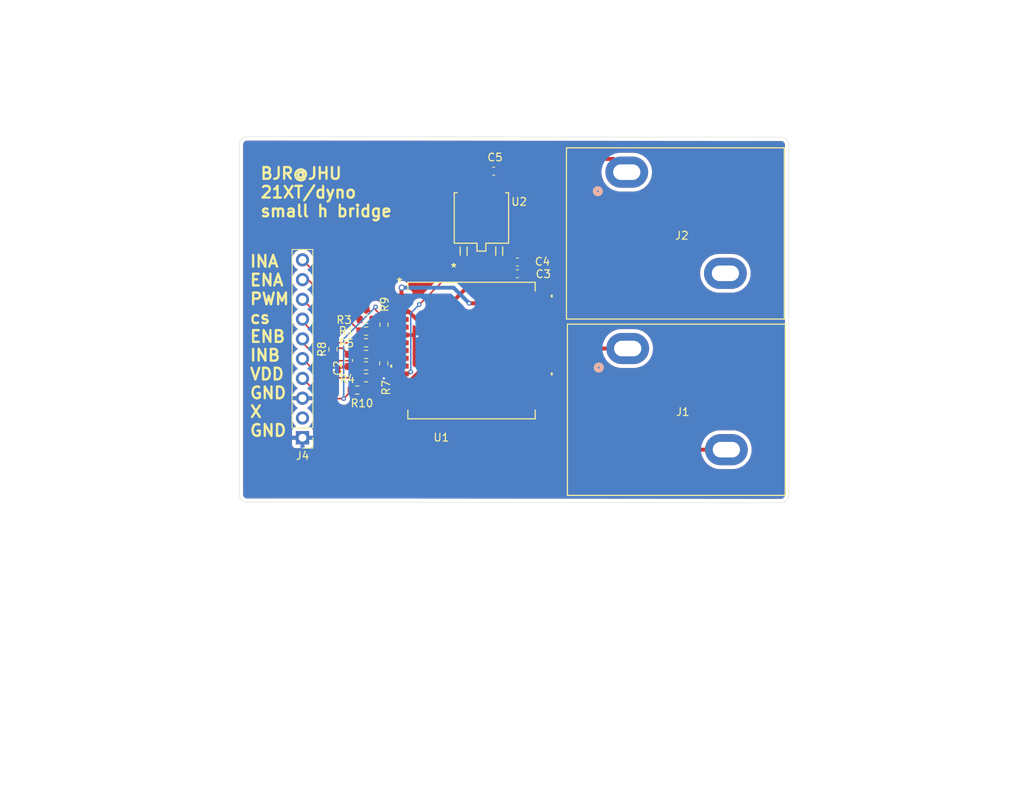
<source format=kicad_pcb>
(kicad_pcb (version 20240108) (generator "pcbnew") (generator_version "8.0")
  (layers (0 "F.Cu" signal) (31 "B.Cu" signal) (34 "B.Paste" user) (35 "F.Paste" user) (36 "B.SilkS" user "B.Silkscreen") (37 "F.SilkS" user "F.Silkscreen") (38 "B.Mask" user) (39 "F.Mask" user) (44 "Edge.Cuts" user))
  (net 0 "")
  (net 1 "GND")
  (net 2 "12v'")
  (net 3 "12v")
  (net 4 "OUTB")
  (net 5 "OUTA")
  (net 6 "GNDPWR")
  (net 7 "CURRSNS")
  (net 8 "ENB")
  (net 9 "INB")
  (net 10 "ENA")
  (net 11 "VDD")
  (net 13 "INA")
  (net 14 "PWM")
  (net 15 "Net-(U1-ENA{slash}DIAGA)")
  (net 16 "Net-(U1-ENB{slash}DIAGB)")
  (net 17 "Net-(U1-INA)")
  (net 18 "Net-(U1-INB)")
  (net 19 "Net-(U1-PWM)")
  (net 20 "Net-(U1-CS)")
  (net 25 "Net-(U1-CP)")
  (footprint "Resistor_SMD:R_0603_1608Metric" (layer "F.Cu") (at 160.543549 94.625001)
    (property "Reference" "R10" (at 0.625 1.7 0) (layer "F.SilkS"))
    (property "Value" "4.7k")
    (fp_line (start -0.237258 -0.5225) (end 0.237258 -0.5225) (stroke (width 0.12)) (layer "F.SilkS"))
    (fp_line (start -0.237258 0.5225) (end 0.237258 0.5225) (stroke (width 0.12)) (layer "F.SilkS"))
    (pad "1" smd roundrect (at -0.825 0) (size 0.8 0.95) (layers "F.Cu" "F.Paste" "F.Mask") (net 11 "VDD"))
    (pad "2" smd roundrect (at 0.825 0) (size 0.8 0.95) (layers "F.Cu" "F.Paste" "F.Mask") (net 16 "Net-(U1-ENB{slash}DIAGB)"))
  )
  (footprint "dynoinst_fp:CONN_4DB-P108-02_TEC" (layer "F.Cu") (at 187.6985 86.289)
    (property "Reference" "J1" (at 14.7 11.15 0) (layer "F.SilkS"))
    (property "Value" "Screw_Terminal_01x02")
    (fp_circle (center 3.919 5.45) (end 4.3 5.45) (stroke (width 0.508)) (fill none) (layer "B.SilkS"))
    (fp_line (start -0.127 -0.127) (end -0.127 21.873) (stroke (width 0.1524)) (layer "F.SilkS"))
    (fp_line (start -0.127 21.873) (end 27.873 21.873) (stroke (width 0.1524)) (layer "F.SilkS"))
    (fp_line (start 27.873 -0.127) (end -0.127 -0.127) (stroke (width 0.1524)) (layer "F.SilkS"))
    (fp_line (start 27.873 21.873) (end 27.873 -0.127) (stroke (width 0.1524)) (layer "F.SilkS"))
    (fp_circle (center 3.9 5.45) (end 4.281 5.45) (stroke (width 0.508)) (fill none) (layer "F.SilkS"))
    (pad "1" thru_hole oval (at 7.62 3 90) (size 4 5.5) (drill oval 2 3.5) (layers "*.Cu" "*.Mask") (net 5 "OUTA"))
    (pad "2" thru_hole oval (at 20.3 16 90) (size 4 5.5) (drill oval 2 3.5) (layers "*.Cu" "*.Mask") (net 4 "OUTB"))
  )
  (footprint "Resistor_SMD:R_0603_1608Metric" (layer "F.Cu") (at 161.693549 93.050001)
    (property "Reference" "R4" (at -2.425 0.175 0) (layer "F.SilkS"))
    (property "Value" "1k")
    (fp_line (start -0.237258 -0.5225) (end 0.237258 -0.5225) (stroke (width 0.12)) (layer "F.SilkS"))
    (fp_line (start -0.237258 0.5225) (end 0.237258 0.5225) (stroke (width 0.12)) (layer "F.SilkS"))
    (pad "1" smd roundrect (at -0.825 0) (size 0.8 0.95) (layers "F.Cu" "F.Paste" "F.Mask") (net 9 "INB"))
    (pad "2" smd roundrect (at 0.825 0) (size 0.8 0.95) (layers "F.Cu" "F.Paste" "F.Mask") (net 18 "Net-(U1-INB)"))
  )
  (footprint "Resistor_SMD:R_0603_1608Metric" (layer "F.Cu") (at 161.693549 90.050001)
    (property "Reference" "R6" (hide yes))
    (property "Value" "10k")
    (fp_line (start -0.237258 -0.5225) (end 0.237258 -0.5225) (stroke (width 0.12)) (layer "F.SilkS"))
    (fp_line (start -0.237258 0.5225) (end 0.237258 0.5225) (stroke (width 0.12)) (layer "F.SilkS"))
    (pad "1" smd roundrect (at -0.825 0) (size 0.8 0.95) (layers "F.Cu" "F.Paste" "F.Mask") (net 7 "CURRSNS"))
    (pad "2" smd roundrect (at 0.825 0) (size 0.8 0.95) (layers "F.Cu" "F.Paste" "F.Mask") (net 20 "Net-(U1-CS)"))
  )
  (footprint "dynoinst_fp:CONN_4DB-P108-02_TEC" (layer "F.Cu") (at 187.575 63.625)
    (property "Reference" "J2" (at 14.7 11.15 0) (layer "F.SilkS"))
    (property "Value" "Screw_Terminal_01x02")
    (fp_circle (center 3.919 5.45) (end 4.3 5.45) (stroke (width 0.508)) (fill none) (layer "B.SilkS"))
    (fp_line (start -0.127 -0.127) (end -0.127 21.873) (stroke (width 0.1524)) (layer "F.SilkS"))
    (fp_line (start -0.127 21.873) (end 27.873 21.873) (stroke (width 0.1524)) (layer "F.SilkS"))
    (fp_line (start 27.873 -0.127) (end -0.127 -0.127) (stroke (width 0.1524)) (layer "F.SilkS"))
    (fp_line (start 27.873 21.873) (end 27.873 -0.127) (stroke (width 0.1524)) (layer "F.SilkS"))
    (fp_circle (center 3.9 5.45) (end 4.281 5.45) (stroke (width 0.508)) (fill none) (layer "F.SilkS"))
    (pad "1" thru_hole oval (at 7.62 3 90) (size 4 5.5) (drill oval 2 3.5) (layers "*.Cu" "*.Mask") (net 3 "12v"))
    (pad "2" thru_hole oval (at 20.3 16 90) (size 4 5.5) (drill oval 2 3.5) (layers "*.Cu" "*.Mask") (net 6 "GNDPWR"))
  )
  (footprint "Resistor_SMD:R_0603_1608Metric" (layer "F.Cu") (at 161.693549 88.550001)
    (property "Reference" "R5" (at -2.525 0.075 0) (layer "F.SilkS"))
    (property "Value" "1k")
    (fp_line (start -0.237258 -0.5225) (end 0.237258 -0.5225) (stroke (width 0.12)) (layer "F.SilkS"))
    (fp_line (start -0.237258 0.5225) (end 0.237258 0.5225) (stroke (width 0.12)) (layer "F.SilkS"))
    (pad "1" smd roundrect (at -0.825 0) (size 0.8 0.95) (layers "F.Cu" "F.Paste" "F.Mask") (net 14 "PWM"))
    (pad "2" smd roundrect (at 0.825 0) (size 0.8 0.95) (layers "F.Cu" "F.Paste" "F.Mask") (net 19 "Net-(U1-PWM)"))
  )
  (footprint "Capacitor_SMD:C_0603_1608Metric" (layer "F.Cu") (at 181.143549 78.175001 180)
    (property "Reference" "C4" (at -3.225 0.05 0) (layer "F.SilkS"))
    (property "Value" "0.1uF")
    (fp_line (start -0.14058 0.51) (end 0.14058 0.51) (stroke (width 0.12)) (layer "F.SilkS"))
    (fp_line (start -0.14058 -0.51) (end 0.14058 -0.51) (stroke (width 0.12)) (layer "F.SilkS"))
    (pad "1" smd roundrect (at -0.775 0 180) (size 0.9 0.95) (layers "F.Cu" "F.Paste" "F.Mask") (net 1 "GND"))
    (pad "2" smd roundrect (at 0.775 0 180) (size 0.9 0.95) (layers "F.Cu" "F.Paste" "F.Mask") (net 2 "12v'"))
  )
  (footprint "Resistor_SMD:R_0603_1608Metric" (layer "F.Cu") (at 161.693549 91.525001)
    (property "Reference" "R2" (hide yes))
    (property "Value" "1k")
    (fp_line (start -0.237258 -0.5225) (end 0.237258 -0.5225) (stroke (width 0.12)) (layer "F.SilkS"))
    (fp_line (start -0.237258 0.5225) (end 0.237258 0.5225) (stroke (width 0.12)) (layer "F.SilkS"))
    (pad "1" smd roundrect (at -0.825 0) (size 0.8 0.95) (layers "F.Cu" "F.Paste" "F.Mask") (net 8 "ENB"))
    (pad "2" smd roundrect (at 0.825 0) (size 0.8 0.95) (layers "F.Cu" "F.Paste" "F.Mask") (net 16 "Net-(U1-ENB{slash}DIAGB)"))
  )
  (footprint "Resistor_SMD:R_0603_1608Metric" (layer "F.Cu") (at 161.693549 87.050001)
    (property "Reference" "R1" (at -2.525 -0.025 0) (layer "F.SilkS"))
    (property "Value" "1k")
    (fp_line (start -0.237258 -0.5225) (end 0.237258 -0.5225) (stroke (width 0.12)) (layer "F.SilkS"))
    (fp_line (start -0.237258 0.5225) (end 0.237258 0.5225) (stroke (width 0.12)) (layer "F.SilkS"))
    (pad "1" smd roundrect (at -0.825 0) (size 0.8 0.95) (layers "F.Cu" "F.Paste" "F.Mask") (net 10 "ENA"))
    (pad "2" smd roundrect (at 0.825 0) (size 0.8 0.95) (layers "F.Cu" "F.Paste" "F.Mask") (net 15 "Net-(U1-ENA{slash}DIAGA)"))
  )
  (footprint "Resistor_SMD:R_0603_1608Metric" (layer "F.Cu") (at 161.693549 85.550001)
    (property "Reference" "R3" (at -2.825 0.075 0) (layer "F.SilkS"))
    (property "Value" "1k")
    (fp_line (start -0.237258 -0.5225) (end 0.237258 -0.5225) (stroke (width 0.12)) (layer "F.SilkS"))
    (fp_line (start -0.237258 0.5225) (end 0.237258 0.5225) (stroke (width 0.12)) (layer "F.SilkS"))
    (pad "1" smd roundrect (at -0.825 0) (size 0.8 0.95) (layers "F.Cu" "F.Paste" "F.Mask") (net 13 "INA"))
    (pad "2" smd roundrect (at 0.825 0) (size 0.8 0.95) (layers "F.Cu" "F.Paste" "F.Mask") (net 17 "Net-(U1-INA)"))
  )
  (footprint "Capacitor_SMD:C_0603_1608Metric" (layer "F.Cu") (at 159.443549 90.825001 -90)
    (property "Reference" "C2" (at 1 1.375 90) (layer "F.SilkS"))
    (property "Value" "33nF")
    (fp_line (start -0.14058 0.51) (end 0.14058 0.51) (stroke (width 0.12)) (layer "F.SilkS"))
    (fp_line (start -0.14058 -0.51) (end 0.14058 -0.51) (stroke (width 0.12)) (layer "F.SilkS"))
    (pad "1" smd roundrect (at -0.775 0 270) (size 0.9 0.95) (layers "F.Cu" "F.Paste" "F.Mask") (net 7 "CURRSNS"))
    (pad "2" smd roundrect (at 0.775 0 270) (size 0.9 0.95) (layers "F.Cu" "F.Paste" "F.Mask") (net 1 "GND"))
  )
  (footprint "Resistor_SMD:R_0603_1608Metric" (layer "F.Cu") (at 163.993549 86.225001 90)
    (property "Reference" "R9" (at 2.6 0.075 90) (layer "F.SilkS"))
    (property "Value" "4.7k")
    (fp_line (start -0.237258 -0.5225) (end 0.237258 -0.5225) (stroke (width 0.12)) (layer "F.SilkS"))
    (fp_line (start -0.237258 0.5225) (end 0.237258 0.5225) (stroke (width 0.12)) (layer "F.SilkS"))
    (pad "1" smd roundrect (at -0.825 0 90) (size 0.8 0.95) (layers "F.Cu" "F.Paste" "F.Mask") (net 15 "Net-(U1-ENA{slash}DIAGA)"))
    (pad "2" smd roundrect (at 0.825 0 90) (size 0.8 0.95) (layers "F.Cu" "F.Paste" "F.Mask") (net 11 "VDD"))
  )
  (footprint "Capacitor_SMD:C_0603_1608Metric" (layer "F.Cu") (at 178.093549 66.500001 180)
    (property "Reference" "C5" (at -0.175 1.775 0) (layer "F.SilkS"))
    (property "Value" "0.1uF")
    (fp_line (start -0.14058 0.51) (end 0.14058 0.51) (stroke (width 0.12)) (layer "F.SilkS"))
    (fp_line (start -0.14058 -0.51) (end 0.14058 -0.51) (stroke (width 0.12)) (layer "F.SilkS"))
    (pad "1" smd roundrect (at -0.775 0 180) (size 0.9 0.95) (layers "F.Cu" "F.Paste" "F.Mask") (net 1 "GND"))
    (pad "2" smd roundrect (at 0.775 0 180) (size 0.9 0.95) (layers "F.Cu" "F.Paste" "F.Mask") (net 3 "12v"))
  )
  (footprint "Resistor_SMD:R_0603_1608Metric" (layer "F.Cu") (at 163.968549 91.200001 90)
    (property "Reference" "R7" (at -3.125 0.3 90) (layer "F.SilkS"))
    (property "Value" "1k")
    (fp_line (start -0.237258 -0.5225) (end 0.237258 -0.5225) (stroke (width 0.12)) (layer "F.SilkS"))
    (fp_line (start -0.237258 0.5225) (end 0.237258 0.5225) (stroke (width 0.12)) (layer "F.SilkS"))
    (pad "1" smd roundrect (at -0.825 0 90) (size 0.8 0.95) (layers "F.Cu" "F.Paste" "F.Mask") (net 1 "GND"))
    (pad "2" smd roundrect (at 0.825 0 90) (size 0.8 0.95) (layers "F.Cu" "F.Paste" "F.Mask") (net 20 "Net-(U1-CS)"))
  )
  (footprint "Capacitor_SMD:C_0603_1608Metric" (layer "F.Cu") (at 181.143549 79.675001 180)
    (property "Reference" "C3" (at -3.325 -0.05 0) (layer "F.SilkS"))
    (property "Value" "47uF")
    (fp_line (start -0.14058 0.51) (end 0.14058 0.51) (stroke (width 0.12)) (layer "F.SilkS"))
    (fp_line (start -0.14058 -0.51) (end 0.14058 -0.51) (stroke (width 0.12)) (layer "F.SilkS"))
    (pad "1" smd roundrect (at -0.775 0 180) (size 0.9 0.95) (layers "F.Cu" "F.Paste" "F.Mask") (net 1 "GND"))
    (pad "2" smd roundrect (at 0.775 0 180) (size 0.9 0.95) (layers "F.Cu" "F.Paste" "F.Mask") (net 2 "12v'"))
  )
  (footprint "dynoinst_fp:DPAK_STM" (layer "F.Cu") (at 176.518549 72.516101)
    (property "Reference" "U2" (at 4.85 -2.0911 0) (layer "F.SilkS"))
    (property "Value" "STD3NK100Z")
    (fp_line (start -3.4925 -3.2385) (end -3.4925 3.2385) (stroke (width 0.1524)) (layer "F.SilkS"))
    (fp_line (start -3.4925 3.2385) (end -0.5715 3.2385) (stroke (width 0.1524)) (layer "F.SilkS"))
    (fp_line (start -3.11404 -3.2385) (end -3.4925 -3.2385) (stroke (width 0.1524)) (layer "F.SilkS"))
    (fp_line (start -2.7305 3.7211) (end -2.7305 4.7879) (stroke (width 0.1524)) (layer "F.SilkS"))
    (fp_line (start -1.8415 3.7211) (end -1.8415 4.7879) (stroke (width 0.1524)) (layer "F.SilkS"))
    (fp_line (start -0.5715 3.2385) (end -0.5715 4.2545) (stroke (width 0.1524)) (layer "F.SilkS"))
    (fp_line (start -0.5715 4.2545) (end 0.5715 4.2545) (stroke (width 0.1524)) (layer "F.SilkS"))
    (fp_line (start 0.5715 3.2385) (end 3.4925 3.2385) (stroke (width 0.1524)) (layer "F.SilkS"))
    (fp_line (start 0.5715 4.2545) (end 0.5715 3.2385) (stroke (width 0.1524)) (layer "F.SilkS"))
    (fp_line (start 1.8415 3.7211) (end 1.8415 4.7879) (stroke (width 0.1524)) (layer "F.SilkS"))
    (fp_line (start 2.7305 3.7211) (end 2.7305 4.7879) (stroke (width 0.1524)) (layer "F.SilkS"))
    (fp_line (start 3.4925 -3.2385) (end 3.11404 -3.2385) (stroke (width 0.1524)) (layer "F.SilkS"))
    (fp_line (start 3.4925 3.2385) (end 3.4925 -3.2385) (stroke (width 0.1524)) (layer "F.SilkS"))
    (fp_text user "*" (at -3.556 6.3881 0) (layer "F.SilkS"))
    (fp_text user "*" (at -3.556 6.3881 0) (layer "F.SilkS"))
    (pad "1" smd rect (at -2.286 6.3881) (size 0.9398 2.4892) (layers "F.Cu" "F.Paste" "F.Mask") (net 25 "Net-(U1-CP)"))
    (pad "2" smd rect (at 2.286 6.3881) (size 0.9398 2.4892) (layers "F.Cu" "F.Paste" "F.Mask") (net 2 "12v'"))
    (pad "3" smd rect (at 0 -1.7653) (size 5.5626 6.2992) (layers "F.Cu" "F.Paste" "F.Mask") (net 3 "12v"))
  )
  (footprint "Resistor_SMD:R_0603_1608Metric" (layer "F.Cu") (at 157.443549 89.375001 90)
    (property "Reference" "R8" (at 0 -1.43 90) (layer "F.SilkS"))
    (property "Value" "10k")
    (fp_line (start -0.237258 -0.5225) (end 0.237258 -0.5225) (stroke (width 0.12)) (layer "F.SilkS"))
    (fp_line (start -0.237258 0.5225) (end 0.237258 0.5225) (stroke (width 0.12)) (layer "F.SilkS"))
    (pad "1" smd roundrect (at -0.825 0 90) (size 0.8 0.95) (layers "F.Cu" "F.Paste" "F.Mask") (net 1 "GND"))
    (pad "2" smd roundrect (at 0.825 0 90) (size 0.8 0.95) (layers "F.Cu" "F.Paste" "F.Mask") (net 14 "PWM"))
  )
  (footprint "Connector_PinHeader_2.54mm:PinHeader_1x10_P2.54mm_Vertical" (layer "F.Cu") (at 153.525 100.755 180)
    (property "Reference" "J4" (at 0 -2.33 0) (layer "F.SilkS"))
    (property "Value" "Conn_01x10")
    (fp_line (start 1.33 1.27) (end 1.33 24.19) (stroke (width 0.12)) (layer "F.SilkS"))
    (fp_line (start -1.33 24.19) (end 1.33 24.19) (stroke (width 0.12)) (layer "F.SilkS"))
    (fp_line (start -1.33 1.27) (end 1.33 1.27) (stroke (width 0.12)) (layer "F.SilkS"))
    (fp_line (start -1.33 1.27) (end -1.33 24.19) (stroke (width 0.12)) (layer "F.SilkS"))
    (fp_line (start -1.33 0) (end -1.33 -1.33) (stroke (width 0.12)) (layer "F.SilkS"))
    (fp_line (start -1.33 -1.33) (end 0 -1.33) (stroke (width 0.12)) (layer "F.SilkS"))
    (pad "1" thru_hole rect (at 0 0 180) (size 1.7 1.7) (drill 1) (layers "*.Cu" "*.Mask") (net 1 "GND"))
    (pad "2" thru_hole oval (at 0 2.54 180) (size 1.7 1.7) (drill 1) (layers "*.Cu" "*.Mask"))
    (pad "3" thru_hole oval (at 0 5.08 180) (size 1.7 1.7) (drill 1) (layers "*.Cu" "*.Mask") (net 1 "GND"))
    (pad "4" thru_hole oval (at 0 7.62 180) (size 1.7 1.7) (drill 1) (layers "*.Cu" "*.Mask") (net 11 "VDD"))
    (pad "5" thru_hole oval (at 0 10.16 180) (size 1.7 1.7) (drill 1) (layers "*.Cu" "*.Mask") (net 9 "INB"))
    (pad "6" thru_hole oval (at 0 12.7 180) (size 1.7 1.7) (drill 1) (layers "*.Cu" "*.Mask") (net 8 "ENB"))
    (pad "7" thru_hole oval (at 0 15.24 180) (size 1.7 1.7) (drill 1) (layers "*.Cu" "*.Mask") (net 7 "CURRSNS"))
    (pad "8" thru_hole oval (at 0 17.78 180) (size 1.7 1.7) (drill 1) (layers "*.Cu" "*.Mask") (net 14 "PWM"))
    (pad "9" thru_hole oval (at 0 20.32 180) (size 1.7 1.7) (drill 1) (layers "*.Cu" "*.Mask") (net 10 "ENA"))
    (pad "10" thru_hole oval (at 0 22.86 180) (size 1.7 1.7) (drill 1) (layers "*.Cu" "*.Mask") (net 13 "INA"))
  )
  (footprint "dynoinst_fp:MultiPowerSO-30_STM" (layer "F.Cu") (at 175.247849 89.55)
    (property "Reference" "U1" (at -3.8793 11.175001 0) (layer "F.SilkS"))
    (property "Value" "VNH5019ATR-E")
    (fp_line (start -8.1788 -8.7757) (end -8.1788 -7.650239) (stroke (width 0.1524)) (layer "F.SilkS"))
    (fp_line (start -8.1788 7.650241) (end -8.1788 8.7757) (stroke (width 0.1524)) (layer "F.SilkS"))
    (fp_line (start -8.1788 8.7757) (end 8.1788 8.7757) (stroke (width 0.1524)) (layer "F.SilkS"))
    (fp_line (start 8.1788 -8.7757) (end -8.1788 -8.7757) (stroke (width 0.1524)) (layer "F.SilkS"))
    (fp_line (start 8.1788 -7.650241) (end 8.1788 -8.7757) (stroke (width 0.1524)) (layer "F.SilkS"))
    (fp_line (start 8.1788 8.7757) (end 8.1788 7.650239) (stroke (width 0.1524)) (layer "F.SilkS"))
    (fp_poly (pts (xy -10.4394 1.809501) (xy -10.4394 2.190501) (xy -10.1854 2.190501) (xy -10.1854 1.809501)) (fill solid) (layer "F.SilkS"))
    (fp_poly (pts (xy 10.4394 -7.190501) (xy 10.4394 -6.809501) (xy 10.1854 -6.809501) (xy 10.1854 -7.190501)) (fill solid) (layer "F.SilkS"))
    (fp_poly (pts (xy 10.4394 2.809499) (xy 10.4394 3.190499) (xy 10.1854 3.190499) (xy 10.1854 2.809499)) (fill solid) (layer "F.SilkS"))
    (fp_text user "*" (at -9.2583 -8.778 0) (layer "F.SilkS"))
    (fp_text user "*" (at -9.2583 -8.778 0) (layer "F.SilkS"))
    (pad "1" smd rect (at -9.0043 -6.999999) (size 1.8542 0.635) (layers "F.Cu" "F.Paste" "F.Mask") (net 5 "OUTA"))
    (pad "2" smd rect (at -9.0043 -6.000001) (size 1.8542 0.635) (layers "F.Cu" "F.Paste" "F.Mask"))
    (pad "3" smd rect (at -9.0043 -5) (size 1.8542 0.635) (layers "F.Cu" "F.Paste" "F.Mask") (net 2 "12v'"))
    (pad "4" smd rect (at -9.0043 -4) (size 1.8542 0.635) (layers "F.Cu" "F.Paste" "F.Mask") (net 17 "Net-(U1-INA)"))
    (pad "5" smd rect (at -9.0043 -2.999999) (size 1.8542 0.635) (layers "F.Cu" "F.Paste" "F.Mask") (net 15 "Net-(U1-ENA{slash}DIAGA)"))
    (pad "6" smd rect (at -9.0043 -2.000001) (size 1.8542 0.635) (layers "F.Cu" "F.Paste" "F.Mask") (net 1 "GND"))
    (pad "7" smd rect (at -9.0043 -1.000001) (size 1.8542 0.635) (layers "F.Cu" "F.Paste" "F.Mask") (net 19 "Net-(U1-PWM)"))
    (pad "8" smd rect (at -9.0043 0) (size 1.8542 0.635) (layers "F.Cu" "F.Paste" "F.Mask") (net 20 "Net-(U1-CS)"))
    (pad "9" smd rect (at -9.0043 1.000001) (size 1.8542 0.635) (layers "F.Cu" "F.Paste" "F.Mask") (net 16 "Net-(U1-ENB{slash}DIAGB)"))
    (pad "10" smd rect (at -9.0043 2.000001) (size 1.8542 0.635) (layers "F.Cu" "F.Paste" "F.Mask") (net 18 "Net-(U1-INB)"))
    (pad "11" smd rect (at -9.0043 2.999999) (size 1.8542 0.635) (layers "F.Cu" "F.Paste" "F.Mask") (net 25 "Net-(U1-CP)"))
    (pad "12" smd rect (at -9.0043 4) (size 1.8542 0.635) (layers "F.Cu" "F.Paste" "F.Mask") (net 2 "12v'"))
    (pad "13" smd rect (at -9.0043 5) (size 1.8542 0.635) (layers "F.Cu" "F.Paste" "F.Mask") (net 2 "12v'"))
    (pad "14" smd rect (at -9.0043 6.000001) (size 1.8542 0.635) (layers "F.Cu" "F.Paste" "F.Mask"))
    (pad "15" smd rect (at -9.0043 7.000001) (size 1.8542 0.635) (layers "F.Cu" "F.Paste" "F.Mask") (net 4 "OUTB"))
    (pad "16" smd rect (at 9.0043 6.999999) (size 1.8542 0.635) (layers "F.Cu" "F.Paste" "F.Mask") (net 4 "OUTB"))
    (pad "17" smd rect (at 9.0043 6.000001) (size 1.8542 0.635) (layers "F.Cu" "F.Paste" "F.Mask"))
    (pad "18" smd rect (at 9.0043 5) (size 1.8542 0.635) (layers "F.Cu" "F.Paste" "F.Mask") (net 1 "GND"))
    (pad "19" smd rect (at 9.0043 4) (size 1.8542 0.635) (layers "F.Cu" "F.Paste" "F.Mask") (net 1 "GND"))
    (pad "20" smd rect (at 9.0043 2.999999) (size 1.8542 0.635) (layers "F.Cu" "F.Paste" "F.Mask") (net 1 "GND"))
    (pad "21" smd rect (at 9.0043 2.000001) (size 1.8542 0.635) (layers "F.Cu" "F.Paste" "F.Mask") (net 4 "OUTB"))
    (pad "22" smd rect (at 9.0043 1.000001) (size 1.8542 0.635) (layers "F.Cu" "F.Paste" "F.Mask"))
    (pad "23" smd rect (at 9.0043 0) (size 1.8542 0.635) (layers "F.Cu" "F.Paste" "F.Mask") (net 2 "12v'"))
    (pad "24" smd rect (at 9.0043 -1.000001) (size 1.8542 0.635) (layers "F.Cu" "F.Paste" "F.Mask"))
    (pad "25" smd rect (at 9.0043 -2.000001) (size 1.8542 0.635) (layers "F.Cu" "F.Paste" "F.Mask") (net 5 "OUTA"))
    (pad "26" smd rect (at 9.0043 -2.999999) (size 1.8542 0.635) (layers "F.Cu" "F.Paste" "F.Mask") (net 1 "GND"))
    (pad "27" smd rect (at 9.0043 -4) (size 1.8542 0.635) (layers "F.Cu" "F.Paste" "F.Mask") (net 1 "GND"))
    (pad "28" smd rect (at 9.0043 -5) (size 1.8542 0.635) (layers "F.Cu" "F.Paste" "F.Mask") (net 1 "GND"))
    (pad "29" smd rect (at 9.0043 -6.000001) (size 1.8542 0.635) (layers "F.Cu" "F.Paste" "F.Mask"))
    (pad "30" smd rect (at 9.0043 -7.000001) (size 1.8542 0.635) (layers "F.Cu" "F.Paste" "F.Mask") (net 5 "OUTA"))
    (pad "31" smd rect (at -3.049999 0) (size 5.2578 10.3) (layers "F.Cu" "F.Paste" "F.Mask") (net 2 "12v'"))
    (pad "32" smd rect (at 3.049999 -4.165) (size 5.2578 6.223) (layers "F.Cu" "F.Paste" "F.Mask") (net 5 "OUTA"))
    (pad "33" smd rect (at 3.049999 4.165) (size 5.2578 6.223) (layers "F.Cu" "F.Paste" "F.Mask") (net 4 "OUTB"))
  )
  (gr_arc (start 145.4 63.075708) (mid 145.693144 62.368351) (end 146.400708 62.075708) (stroke (width 0.05)) (layer "Edge.Cuts"))
  (gr_arc (start 215.025708 62.124293) (mid 215.732357 62.417436) (end 216.025 63.124292) (stroke (width 0.05)) (layer "Edge.Cuts"))
  (gr_line (start 146.400708 62.075708) (end 215.025708 62.124293) (stroke (width 0.05)) (layer "Edge.Cuts"))
  (gr_line (start 216.025 63.124292) (end 216.025 108.099292) (stroke (width 0.05)) (layer "Edge.Cuts"))
  (gr_line (start 145.4 108.050708) (end 145.4 63.075708) (stroke (width 0.05)) (layer "Edge.Cuts"))
  (gr_arc (start 216.025 108.099292) (mid 215.731859 108.806654) (end 215.024292 109.099292) (stroke (width 0.05)) (layer "Edge.Cuts"))
  (gr_line (start 215.024292 109.099292) (end 146.399292 109.050707) (stroke (width 0.05)) (layer "Edge.Cuts"))
  (gr_arc (start 146.399292 109.050707) (mid 145.692641 108.757564) (end 145.4 108.050708) (stroke (width 0.05)) (layer "Edge.Cuts"))
  (gr_text "INA\nENA\nPWM\ncs\nENB\nINB\nVDD\nGND\nX\nGND" (at 146.625 100.7 0) (layer "F.SilkS") (effects (font (size 1.5 1.5) (thickness 0.3) (bold yes)) (justify left bottom)))
  (gr_text "BJR@JHU\n21XT/dyno\nsmall h bridge" (at 147.975 72.5 0) (layer "F.SilkS") (effects (font (size 1.5 1.5) (thickness 0.3) (bold yes)) (justify left bottom)))
  (segment (start 159.443549 91.600001) (end 157.993549 91.600001) (width 0.2) (layer "F.Cu") (net 1))
  (segment (start 156.043549 90.200001) (end 155.968549 90.125001) (width 0.2) (layer "F.Cu") (net 1))
  (segment (start 157.443549 90.200001) (end 156.043549 90.200001) (width 0.2) (layer "F.Cu") (net 1))
  (segment (start 163.968549 92.025001) (end 163.968549 93.125001) (width 0.2) (layer "F.Cu") (net 1))
  (segment (start 168.093547 87.549999) (end 168.268549 87.725001) (width 0.2) (layer "F.Cu") (net 1))
  (segment (start 157.993549 91.600001) (end 157.568549 92.025001) (width 0.2) (layer "F.Cu") (net 1))
  (segment (start 166.243549 87.549999) (end 168.093547 87.549999) (width 0.2) (layer "F.Cu") (net 1))
  (via (at 157.568549 92.025001) (size 0.6) (drill 0.3) (layers "F.Cu" "B.Cu") (net 1))
  (via (at 168.268549 87.725001) (size 0.6) (drill 0.3) (layers "F.Cu" "B.Cu") (net 1))
  (via (at 163.968549 93.125001) (size 0.6) (drill 0.3) (layers "F.Cu" "B.Cu") (net 1))
  (via (at 155.968549 90.125001) (size 0.6) (drill 0.3) (layers "F.Cu" "B.Cu") (net 1))
  (segment (start 172.19785 89.55) (end 171.243549 89.55) (width 0.5) (layer "F.Cu") (net 2))
  (segment (start 166.243549 93.55) (end 166.243549 94.55) (width 0.5) (layer "F.Cu") (net 2))
  (segment (start 172.19785 89.55) (end 167.19785 84.55) (width 0.5) (layer "F.Cu") (net 2))
  (segment (start 177.193649 78.904201) (end 178.804549 78.904201) (width 0.5) (layer "F.Cu") (net 2))
  (segment (start 180.368549 78.175001) (end 180.368549 79.675001) (width 0.5) (layer "F.Cu") (net 2))
  (segment (start 172.19785 89.55) (end 184.252149 89.55) (width 0.5) (layer "F.Cu") (net 2))
  (segment (start 179.639349 78.904201) (end 180.368549 78.175001) (width 0.5) (layer "F.Cu") (net 2))
  (segment (start 178.804549 78.904201) (end 179.639349 78.904201) (width 0.5) (layer "F.Cu") (net 2))
  (segment (start 171.243549 89.55) (end 167.243549 93.55) (width 0.5) (layer "F.Cu") (net 2))
  (segment (start 172.19785 83.9) (end 177.193649 78.904201) (width 0.5) (layer "F.Cu") (net 2))
  (segment (start 167.243549 93.55) (end 166.243549 93.55) (width 0.5) (layer "F.Cu") (net 2))
  (segment (start 172.19785 89.55) (end 172.19785 83.9) (width 0.5) (layer "F.Cu") (net 2))
  (segment (start 167.19785 84.55) (end 166.243549 84.55) (width 0.5) (layer "F.Cu") (net 2))
  (segment (start 195.195 66.625) (end 194.47 65.9) (width 0.2) (layer "F.Cu") (net 3))
  (segment (start 177.318549 66.500001) (end 177.318549 69.950801) (width 0.5) (layer "F.Cu") (net 3))
  (segment (start 178.368549 64.925001) (end 193.495001 64.925001) (width 0.5) (layer "F.Cu") (net 3))
  (segment (start 194.47 65.9) (end 193.67 65.1) (width 0.5) (layer "F.Cu") (net 3))
  (segment (start 177.318549 69.950801) (end 176.518549 70.750801) (width 0.5) (layer "F.Cu") (net 3))
  (segment (start 178.368549 64.925001) (end 177.318549 65.975001) (width 0.5) (layer "F.Cu") (net 3))
  (segment (start 193.495001 64.925001) (end 195.195 66.625) (width 0.5) (layer "F.Cu") (net 3))
  (segment (start 177.318549 65.975001) (end 177.318549 66.500001) (width 0.5) (layer "F.Cu") (net 3))
  (segment (start 180.462847 91.550001) (end 184.252149 91.550001) (width 0.5) (layer "F.Cu") (net 4))
  (segment (start 175.462847 96.550001) (end 178.297848 93.715) (width 0.5) (layer "F.Cu") (net 4))
  (segment (start 184.252149 96.549999) (end 184.435699 96.549999) (width 0.5) (layer "F.Cu") (net 4))
  (segment (start 181.132847 96.549999) (end 178.297848 93.715) (width 0.5) (layer "F.Cu") (net 4))
  (segment (start 166.243549 96.550001) (end 175.462847 96.550001) (width 0.5) (layer "F.Cu") (net 4))
  (segment (start 184.252149 91.550001) (end 185.679249 91.550001) (width 0.5) (layer "F.Cu") (net 4))
  (segment (start 178.297848 93.715) (end 180.462847 91.550001) (width 0.2) (layer "F.Cu") (net 4))
  (segment (start 184.435699 96.549999) (end 190.1747 102.289) (width 0.5) (layer "F.Cu") (net 4))
  (segment (start 184.252149 96.549999) (end 181.132847 96.549999) (width 0.5) (layer "F.Cu") (net 4))
  (segment (start 190.1747 102.289) (end 207.9985 102.289) (width 0.5) (layer "F.Cu") (net 4))
  (segment (start 187.11825 89.289) (end 195.3185 89.289) (width 0.5) (layer "F.Cu") (net 5))
  (segment (start 176.387849 83.475001) (end 178.297848 85.385) (width 0.5) (layer "F.Cu") (net 5))
  (segment (start 178.297848 85.385) (end 181.132849 82.549999) (width 0.5) (layer "F.Cu") (net 5))
  (segment (start 166.243549 81.525001) (end 166.293549 81.475001) (width 0.2) (layer "F.Cu") (net 5))
  (segment (start 185.379249 87.549999) (end 187.11825 89.289) (width 0.5) (layer "F.Cu") (net 5))
  (segment (start 181.132849 82.549999) (end 184.252149 82.549999) (width 0.5) (layer "F.Cu") (net 5))
  (segment (start 180.462847 87.549999) (end 184.252149 87.549999) (width 0.5) (layer "F.Cu") (net 5))
  (segment (start 178.297848 85.385) (end 180.462847 87.549999) (width 0.2) (layer "F.Cu") (net 5))
  (segment (start 166.243549 82.550001) (end 166.243549 81.525001) (width 0.5) (layer "F.Cu") (net 5))
  (segment (start 174.943549 83.475001) (end 176.387849 83.475001) (width 0.5) (layer "F.Cu") (net 5))
  (segment (start 184.252149 87.549999) (end 185.379249 87.549999) (width 0.5) (layer "F.Cu") (net 5))
  (via (at 174.943549 83.475001) (size 0.6) (drill 0.3) (layers "F.Cu" "B.Cu") (net 5))
  (via (at 166.293549 81.475001) (size 0.8) (drill 0.5) (layers "F.Cu" "B.Cu") (net 5))
  (segment (start 166.293549 81.475001) (end 172.943549 81.475001) (width 0.5) (layer "B.Cu") (net 5))
  (segment (start 172.943549 81.475001) (end 174.943549 83.475001) (width 0.5) (layer "B.Cu") (net 5))
  (segment (start 153.525 85.515) (end 153.525 85.8191) (width 0.2) (layer "F.Cu") (net 7))
  (segment (start 159.443549 90.050001) (end 160.868549 90.050001) (width 0.2) (layer "F.Cu") (net 7))
  (segment (start 156.955901 89.250001) (end 158.643549 89.250001) (width 0.2) (layer "F.Cu") (net 7))
  (segment (start 158.643549 89.250001) (end 159.443549 90.050001) (width 0.2) (layer "F.Cu") (net 7))
  (segment (start 153.525 85.8191) (end 156.955901 89.250001) (width 0.2) (layer "F.Cu") (net 7))
  (segment (start 160.193549 90.850001) (end 160.868549 91.525001) (width 0.2) (layer "F.Cu") (net 8))
  (segment (start 156.12002 91.125001) (end 157.918549 91.125001) (width 0.2) (layer "F.Cu") (net 8))
  (segment (start 157.918549 91.125001) (end 158.193549 90.850001) (width 0.2) (layer "F.Cu") (net 8))
  (segment (start 158.193549 90.850001) (end 160.193549 90.850001) (width 0.2) (layer "F.Cu") (net 8))
  (segment (start 153.525 88.529981) (end 156.12002 91.125001) (width 0.2) (layer "F.Cu") (net 8))
  (segment (start 153.525 88.055) (end 153.525 88.529981) (width 0.2) (layer "F.Cu") (net 8))
  (segment (start 155.980001 93.050001) (end 160.868549 93.050001) (width 0.2) (layer "F.Cu") (net 9))
  (segment (start 153.525 90.595) (end 155.980001 93.050001) (width 0.2) (layer "F.Cu") (net 9))
  (segment (start 154.253548 80.435) (end 160.868549 87.050001) (width 0.2) (layer "F.Cu") (net 10))
  (segment (start 153.525 80.435) (end 154.253548 80.435) (width 0.2) (layer "F.Cu") (net 10))
  (segment (start 162.918549 84.325001) (end 163.993549 85.400001) (width 0.2) (layer "F.Cu") (net 11))
  (segment (start 159.718549 94.625001) (end 159.718549 94.825001) (width 0.2) (layer "F.Cu") (net 11))
  (segment (start 159.718549 94.825001) (end 158.818549 95.725001) (width 0.2) (layer "F.Cu") (net 11))
  (segment (start 162.918549 83.950001) (end 162.918549 84.325001) (width 0.2) (layer "F.Cu") (net 11))
  (segment (start 153.525 93.135) (end 156.115001 95.725001) (width 0.2) (layer "F.Cu") (net 11))
  (segment (start 156.115001 95.725001) (end 158.818549 95.725001) (width 0.2) (layer "F.Cu") (net 11))
  (via (at 158.818549 95.725001) (size 0.6) (drill 0.3) (layers "F.Cu" "B.Cu") (net 11))
  (via (at 162.918549 83.950001) (size 0.6) (drill 0.3) (layers "F.Cu" "B.Cu") (net 11))
  (segment (start 158.818549 88.050001) (end 162.918549 83.950001) (width 0.2) (layer "B.Cu") (net 11))
  (segment (start 158.818549 95.725001) (end 158.818549 88.050001) (width 0.2) (layer "B.Cu") (net 11))
  (segment (start 153.525 77.895) (end 160.868549 85.238549) (width 0.2) (layer "F.Cu") (net 13))
  (segment (start 160.868549 85.238549) (end 160.868549 85.550001) (width 0.2) (layer "F.Cu") (net 13))
  (segment (start 157.443549 86.893549) (end 153.525 82.975) (width 0.2) (layer "F.Cu") (net 14))
  (segment (start 157.443549 88.550001) (end 160.868549 88.550001) (width 0.2) (layer "F.Cu") (net 14))
  (segment (start 157.443549 88.550001) (end 157.443549 86.893549) (width 0.2) (layer "F.Cu") (net 14))
  (segment (start 163.993549 87.050001) (end 164.493549 86.550001) (width 0.2) (layer "F.Cu") (net 15))
  (segment (start 164.493549 86.550001) (end 166.243549 86.550001) (width 0.2) (layer "F.Cu") (net 15))
  (segment (start 162.518549 87.050001) (end 163.993549 87.050001) (width 0.2) (layer "F.Cu") (net 15))
  (segment (start 164.793549 91.325001) (end 165.568549 90.550001) (width 0.2) (layer "F.Cu") (net 16))
  (segment (start 161.368549 94.625001) (end 161.818549 94.175001) (width 0.2) (layer "F.Cu") (net 16))
  (segment (start 161.818549 92.225001) (end 162.518549 91.525001) (width 0.2) (layer "F.Cu") (net 16))
  (segment (start 162.718549 91.325001) (end 164.793549 91.325001) (width 0.2) (layer "F.Cu") (net 16))
  (segment (start 161.818549 94.175001) (end 161.818549 92.225001) (width 0.2) (layer "F.Cu") (net 16))
  (segment (start 165.568549 90.550001) (end 166.243549 90.550001) (width 0.2) (layer "F.Cu") (net 16))
  (segment (start 162.518549 91.525001) (end 162.718549 91.325001) (width 0.2) (layer "F.Cu") (net 16))
  (segment (start 163.068549 86.100001) (end 165.018549 86.100001) (width 0.2) (layer "F.Cu") (net 17))
  (segment (start 166.243548 85.550001) (end 166.243549 85.55) (width 0.2) (layer "F.Cu") (net 17))
  (segment (start 165.018549 86.100001) (end 165.56855 85.55) (width 0.2) (layer "F.Cu") (net 17))
  (segment (start 162.518549 85.550001) (end 163.068549 86.100001) (width 0.2) (layer "F.Cu") (net 17))
  (segment (start 165.56855 85.55) (end 166.243549 85.55) (width 0.2) (layer "F.Cu") (net 17))
  (segment (start 165.016449 91.932499) (end 165.398947 91.550001) (width 0.2) (layer "F.Cu") (net 18))
  (segment (start 165.398947 91.550001) (end 166.243549 91.550001) (width 0.2) (layer "F.Cu") (net 18))
  (segment (start 163.393549 93.925001) (end 164.468549 93.925001) (width 0.2) (layer "F.Cu") (net 18))
  (segment (start 162.518549 93.050001) (end 163.393549 93.925001) (width 0.2) (layer "F.Cu") (net 18))
  (segment (start 165.016449 93.377101) (end 165.016449 91.932499) (width 0.2) (layer "F.Cu") (net 18))
  (segment (start 164.468549 93.925001) (end 165.016449 93.377101) (width 0.2) (layer "F.Cu") (net 18))
  (segment (start 166.243547 88.550001) (end 166.243549 88.549999) (width 0.2) (layer "F.Cu") (net 19))
  (segment (start 162.518549 88.550001) (end 166.243547 88.550001) (width 0.2) (layer "F.Cu") (net 19))
  (segment (start 164.118549 90.375001) (end 164.94355 89.55) (width 0.2) (layer "F.Cu") (net 20))
  (segment (start 164.94355 89.55) (end 166.243549 89.55) (width 0.2) (layer "F.Cu") (net 20))
  (segment (start 162.518549 90.050001) (end 163.643549 90.050001) (width 0.2) (layer "F.Cu") (net 20))
  (segment (start 163.643549 90.050001) (end 163.968549 90.375001) (width 0.2) (layer "F.Cu") (net 20))
  (segment (start 163.968549 90.375001) (end 164.118549 90.375001) (width 0.2) (layer "F.Cu") (net 20))
  (segment (start 173.264349 78.904201) (end 174.232549 78.904201) (width 0.2) (layer "F.Cu") (net 25))
  (segment (start 168.531049 83.637501) (end 173.264349 78.904201) (width 0.2) (layer "F.Cu") (net 25))
  (segment (start 166.243549 92.549999) (end 167.182889 92.549999) (width 0.2) (layer "F.Cu") (net 25))
  (segment (start 167.182889 92.549999) (end 167.438218 92.29467) (width 0.2) (layer "F.Cu") (net 25))
  (via (at 167.438218 92.29467) (size 0.6) (drill 0.3) (layers "F.Cu" "B.Cu") (net 25))
  (via (at 168.531049 83.637501) (size 0.6) (drill 0.3) (layers "F.Cu" "B.Cu") (net 25))
  (segment (start 167.438218 84.730332) (end 167.438218 92.29467) (width 0.2) (layer "B.Cu") (net 25))
  (segment (start 168.531049 83.637501) (end 167.438218 84.730332) (width 0.2) (layer "B.Cu") (net 25))
  (zone (net 1) (net_name "GND") (layers "F&B.Cu") (connect_pads (clearance 0.5)) (min_thickness 0.25) (fill yes (thermal_gap 0.5) (thermal_bridge_width 0.5))
    (polygon (pts (xy 114.95 49.2) (xy 246.25 44.5) (xy 230.95 146) (xy 114.65 133.325)))
  )
)
</source>
